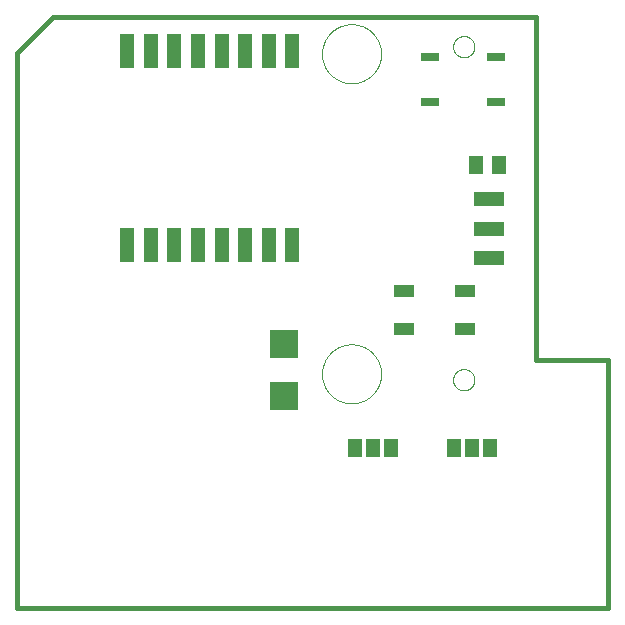
<source format=gtp>
G75*
%MOIN*%
%OFA0B0*%
%FSLAX25Y25*%
%IPPOS*%
%LPD*%
%AMOC8*
5,1,8,0,0,1.08239X$1,22.5*
%
%ADD10C,0.00000*%
%ADD11C,0.01600*%
%ADD12R,0.09449X0.09449*%
%ADD13R,0.05118X0.06299*%
%ADD14R,0.04600X0.06300*%
%ADD15R,0.04724X0.11811*%
%ADD16R,0.10000X0.05000*%
%ADD17R,0.06500X0.03937*%
%ADD18R,0.06000X0.03000*%
D10*
X0103374Y0079753D02*
X0103377Y0079995D01*
X0103386Y0080236D01*
X0103401Y0080477D01*
X0103421Y0080718D01*
X0103448Y0080958D01*
X0103481Y0081197D01*
X0103519Y0081436D01*
X0103563Y0081673D01*
X0103613Y0081910D01*
X0103669Y0082145D01*
X0103731Y0082378D01*
X0103798Y0082610D01*
X0103871Y0082841D01*
X0103949Y0083069D01*
X0104034Y0083295D01*
X0104123Y0083520D01*
X0104218Y0083742D01*
X0104319Y0083961D01*
X0104425Y0084179D01*
X0104536Y0084393D01*
X0104653Y0084605D01*
X0104774Y0084813D01*
X0104901Y0085019D01*
X0105033Y0085221D01*
X0105170Y0085421D01*
X0105311Y0085616D01*
X0105457Y0085809D01*
X0105608Y0085997D01*
X0105764Y0086182D01*
X0105924Y0086363D01*
X0106088Y0086540D01*
X0106257Y0086713D01*
X0106430Y0086882D01*
X0106607Y0087046D01*
X0106788Y0087206D01*
X0106973Y0087362D01*
X0107161Y0087513D01*
X0107354Y0087659D01*
X0107549Y0087800D01*
X0107749Y0087937D01*
X0107951Y0088069D01*
X0108157Y0088196D01*
X0108365Y0088317D01*
X0108577Y0088434D01*
X0108791Y0088545D01*
X0109009Y0088651D01*
X0109228Y0088752D01*
X0109450Y0088847D01*
X0109675Y0088936D01*
X0109901Y0089021D01*
X0110129Y0089099D01*
X0110360Y0089172D01*
X0110592Y0089239D01*
X0110825Y0089301D01*
X0111060Y0089357D01*
X0111297Y0089407D01*
X0111534Y0089451D01*
X0111773Y0089489D01*
X0112012Y0089522D01*
X0112252Y0089549D01*
X0112493Y0089569D01*
X0112734Y0089584D01*
X0112975Y0089593D01*
X0113217Y0089596D01*
X0113459Y0089593D01*
X0113700Y0089584D01*
X0113941Y0089569D01*
X0114182Y0089549D01*
X0114422Y0089522D01*
X0114661Y0089489D01*
X0114900Y0089451D01*
X0115137Y0089407D01*
X0115374Y0089357D01*
X0115609Y0089301D01*
X0115842Y0089239D01*
X0116074Y0089172D01*
X0116305Y0089099D01*
X0116533Y0089021D01*
X0116759Y0088936D01*
X0116984Y0088847D01*
X0117206Y0088752D01*
X0117425Y0088651D01*
X0117643Y0088545D01*
X0117857Y0088434D01*
X0118069Y0088317D01*
X0118277Y0088196D01*
X0118483Y0088069D01*
X0118685Y0087937D01*
X0118885Y0087800D01*
X0119080Y0087659D01*
X0119273Y0087513D01*
X0119461Y0087362D01*
X0119646Y0087206D01*
X0119827Y0087046D01*
X0120004Y0086882D01*
X0120177Y0086713D01*
X0120346Y0086540D01*
X0120510Y0086363D01*
X0120670Y0086182D01*
X0120826Y0085997D01*
X0120977Y0085809D01*
X0121123Y0085616D01*
X0121264Y0085421D01*
X0121401Y0085221D01*
X0121533Y0085019D01*
X0121660Y0084813D01*
X0121781Y0084605D01*
X0121898Y0084393D01*
X0122009Y0084179D01*
X0122115Y0083961D01*
X0122216Y0083742D01*
X0122311Y0083520D01*
X0122400Y0083295D01*
X0122485Y0083069D01*
X0122563Y0082841D01*
X0122636Y0082610D01*
X0122703Y0082378D01*
X0122765Y0082145D01*
X0122821Y0081910D01*
X0122871Y0081673D01*
X0122915Y0081436D01*
X0122953Y0081197D01*
X0122986Y0080958D01*
X0123013Y0080718D01*
X0123033Y0080477D01*
X0123048Y0080236D01*
X0123057Y0079995D01*
X0123060Y0079753D01*
X0123057Y0079511D01*
X0123048Y0079270D01*
X0123033Y0079029D01*
X0123013Y0078788D01*
X0122986Y0078548D01*
X0122953Y0078309D01*
X0122915Y0078070D01*
X0122871Y0077833D01*
X0122821Y0077596D01*
X0122765Y0077361D01*
X0122703Y0077128D01*
X0122636Y0076896D01*
X0122563Y0076665D01*
X0122485Y0076437D01*
X0122400Y0076211D01*
X0122311Y0075986D01*
X0122216Y0075764D01*
X0122115Y0075545D01*
X0122009Y0075327D01*
X0121898Y0075113D01*
X0121781Y0074901D01*
X0121660Y0074693D01*
X0121533Y0074487D01*
X0121401Y0074285D01*
X0121264Y0074085D01*
X0121123Y0073890D01*
X0120977Y0073697D01*
X0120826Y0073509D01*
X0120670Y0073324D01*
X0120510Y0073143D01*
X0120346Y0072966D01*
X0120177Y0072793D01*
X0120004Y0072624D01*
X0119827Y0072460D01*
X0119646Y0072300D01*
X0119461Y0072144D01*
X0119273Y0071993D01*
X0119080Y0071847D01*
X0118885Y0071706D01*
X0118685Y0071569D01*
X0118483Y0071437D01*
X0118277Y0071310D01*
X0118069Y0071189D01*
X0117857Y0071072D01*
X0117643Y0070961D01*
X0117425Y0070855D01*
X0117206Y0070754D01*
X0116984Y0070659D01*
X0116759Y0070570D01*
X0116533Y0070485D01*
X0116305Y0070407D01*
X0116074Y0070334D01*
X0115842Y0070267D01*
X0115609Y0070205D01*
X0115374Y0070149D01*
X0115137Y0070099D01*
X0114900Y0070055D01*
X0114661Y0070017D01*
X0114422Y0069984D01*
X0114182Y0069957D01*
X0113941Y0069937D01*
X0113700Y0069922D01*
X0113459Y0069913D01*
X0113217Y0069910D01*
X0112975Y0069913D01*
X0112734Y0069922D01*
X0112493Y0069937D01*
X0112252Y0069957D01*
X0112012Y0069984D01*
X0111773Y0070017D01*
X0111534Y0070055D01*
X0111297Y0070099D01*
X0111060Y0070149D01*
X0110825Y0070205D01*
X0110592Y0070267D01*
X0110360Y0070334D01*
X0110129Y0070407D01*
X0109901Y0070485D01*
X0109675Y0070570D01*
X0109450Y0070659D01*
X0109228Y0070754D01*
X0109009Y0070855D01*
X0108791Y0070961D01*
X0108577Y0071072D01*
X0108365Y0071189D01*
X0108157Y0071310D01*
X0107951Y0071437D01*
X0107749Y0071569D01*
X0107549Y0071706D01*
X0107354Y0071847D01*
X0107161Y0071993D01*
X0106973Y0072144D01*
X0106788Y0072300D01*
X0106607Y0072460D01*
X0106430Y0072624D01*
X0106257Y0072793D01*
X0106088Y0072966D01*
X0105924Y0073143D01*
X0105764Y0073324D01*
X0105608Y0073509D01*
X0105457Y0073697D01*
X0105311Y0073890D01*
X0105170Y0074085D01*
X0105033Y0074285D01*
X0104901Y0074487D01*
X0104774Y0074693D01*
X0104653Y0074901D01*
X0104536Y0075113D01*
X0104425Y0075327D01*
X0104319Y0075545D01*
X0104218Y0075764D01*
X0104123Y0075986D01*
X0104034Y0076211D01*
X0103949Y0076437D01*
X0103871Y0076665D01*
X0103798Y0076896D01*
X0103731Y0077128D01*
X0103669Y0077361D01*
X0103613Y0077596D01*
X0103563Y0077833D01*
X0103519Y0078070D01*
X0103481Y0078309D01*
X0103448Y0078548D01*
X0103421Y0078788D01*
X0103401Y0079029D01*
X0103386Y0079270D01*
X0103377Y0079511D01*
X0103374Y0079753D01*
X0147076Y0077784D02*
X0147078Y0077902D01*
X0147084Y0078021D01*
X0147094Y0078139D01*
X0147108Y0078256D01*
X0147125Y0078373D01*
X0147147Y0078490D01*
X0147173Y0078605D01*
X0147202Y0078720D01*
X0147235Y0078834D01*
X0147272Y0078946D01*
X0147313Y0079057D01*
X0147357Y0079167D01*
X0147405Y0079275D01*
X0147457Y0079382D01*
X0147512Y0079487D01*
X0147571Y0079590D01*
X0147633Y0079690D01*
X0147698Y0079789D01*
X0147767Y0079886D01*
X0147838Y0079980D01*
X0147913Y0080071D01*
X0147991Y0080161D01*
X0148072Y0080247D01*
X0148156Y0080331D01*
X0148242Y0080412D01*
X0148332Y0080490D01*
X0148423Y0080565D01*
X0148517Y0080636D01*
X0148614Y0080705D01*
X0148713Y0080770D01*
X0148813Y0080832D01*
X0148916Y0080891D01*
X0149021Y0080946D01*
X0149128Y0080998D01*
X0149236Y0081046D01*
X0149346Y0081090D01*
X0149457Y0081131D01*
X0149569Y0081168D01*
X0149683Y0081201D01*
X0149798Y0081230D01*
X0149913Y0081256D01*
X0150030Y0081278D01*
X0150147Y0081295D01*
X0150264Y0081309D01*
X0150382Y0081319D01*
X0150501Y0081325D01*
X0150619Y0081327D01*
X0150737Y0081325D01*
X0150856Y0081319D01*
X0150974Y0081309D01*
X0151091Y0081295D01*
X0151208Y0081278D01*
X0151325Y0081256D01*
X0151440Y0081230D01*
X0151555Y0081201D01*
X0151669Y0081168D01*
X0151781Y0081131D01*
X0151892Y0081090D01*
X0152002Y0081046D01*
X0152110Y0080998D01*
X0152217Y0080946D01*
X0152322Y0080891D01*
X0152425Y0080832D01*
X0152525Y0080770D01*
X0152624Y0080705D01*
X0152721Y0080636D01*
X0152815Y0080565D01*
X0152906Y0080490D01*
X0152996Y0080412D01*
X0153082Y0080331D01*
X0153166Y0080247D01*
X0153247Y0080161D01*
X0153325Y0080071D01*
X0153400Y0079980D01*
X0153471Y0079886D01*
X0153540Y0079789D01*
X0153605Y0079690D01*
X0153667Y0079590D01*
X0153726Y0079487D01*
X0153781Y0079382D01*
X0153833Y0079275D01*
X0153881Y0079167D01*
X0153925Y0079057D01*
X0153966Y0078946D01*
X0154003Y0078834D01*
X0154036Y0078720D01*
X0154065Y0078605D01*
X0154091Y0078490D01*
X0154113Y0078373D01*
X0154130Y0078256D01*
X0154144Y0078139D01*
X0154154Y0078021D01*
X0154160Y0077902D01*
X0154162Y0077784D01*
X0154160Y0077666D01*
X0154154Y0077547D01*
X0154144Y0077429D01*
X0154130Y0077312D01*
X0154113Y0077195D01*
X0154091Y0077078D01*
X0154065Y0076963D01*
X0154036Y0076848D01*
X0154003Y0076734D01*
X0153966Y0076622D01*
X0153925Y0076511D01*
X0153881Y0076401D01*
X0153833Y0076293D01*
X0153781Y0076186D01*
X0153726Y0076081D01*
X0153667Y0075978D01*
X0153605Y0075878D01*
X0153540Y0075779D01*
X0153471Y0075682D01*
X0153400Y0075588D01*
X0153325Y0075497D01*
X0153247Y0075407D01*
X0153166Y0075321D01*
X0153082Y0075237D01*
X0152996Y0075156D01*
X0152906Y0075078D01*
X0152815Y0075003D01*
X0152721Y0074932D01*
X0152624Y0074863D01*
X0152525Y0074798D01*
X0152425Y0074736D01*
X0152322Y0074677D01*
X0152217Y0074622D01*
X0152110Y0074570D01*
X0152002Y0074522D01*
X0151892Y0074478D01*
X0151781Y0074437D01*
X0151669Y0074400D01*
X0151555Y0074367D01*
X0151440Y0074338D01*
X0151325Y0074312D01*
X0151208Y0074290D01*
X0151091Y0074273D01*
X0150974Y0074259D01*
X0150856Y0074249D01*
X0150737Y0074243D01*
X0150619Y0074241D01*
X0150501Y0074243D01*
X0150382Y0074249D01*
X0150264Y0074259D01*
X0150147Y0074273D01*
X0150030Y0074290D01*
X0149913Y0074312D01*
X0149798Y0074338D01*
X0149683Y0074367D01*
X0149569Y0074400D01*
X0149457Y0074437D01*
X0149346Y0074478D01*
X0149236Y0074522D01*
X0149128Y0074570D01*
X0149021Y0074622D01*
X0148916Y0074677D01*
X0148813Y0074736D01*
X0148713Y0074798D01*
X0148614Y0074863D01*
X0148517Y0074932D01*
X0148423Y0075003D01*
X0148332Y0075078D01*
X0148242Y0075156D01*
X0148156Y0075237D01*
X0148072Y0075321D01*
X0147991Y0075407D01*
X0147913Y0075497D01*
X0147838Y0075588D01*
X0147767Y0075682D01*
X0147698Y0075779D01*
X0147633Y0075878D01*
X0147571Y0075978D01*
X0147512Y0076081D01*
X0147457Y0076186D01*
X0147405Y0076293D01*
X0147357Y0076401D01*
X0147313Y0076511D01*
X0147272Y0076622D01*
X0147235Y0076734D01*
X0147202Y0076848D01*
X0147173Y0076963D01*
X0147147Y0077078D01*
X0147125Y0077195D01*
X0147108Y0077312D01*
X0147094Y0077429D01*
X0147084Y0077547D01*
X0147078Y0077666D01*
X0147076Y0077784D01*
X0103374Y0186446D02*
X0103377Y0186688D01*
X0103386Y0186929D01*
X0103401Y0187170D01*
X0103421Y0187411D01*
X0103448Y0187651D01*
X0103481Y0187890D01*
X0103519Y0188129D01*
X0103563Y0188366D01*
X0103613Y0188603D01*
X0103669Y0188838D01*
X0103731Y0189071D01*
X0103798Y0189303D01*
X0103871Y0189534D01*
X0103949Y0189762D01*
X0104034Y0189988D01*
X0104123Y0190213D01*
X0104218Y0190435D01*
X0104319Y0190654D01*
X0104425Y0190872D01*
X0104536Y0191086D01*
X0104653Y0191298D01*
X0104774Y0191506D01*
X0104901Y0191712D01*
X0105033Y0191914D01*
X0105170Y0192114D01*
X0105311Y0192309D01*
X0105457Y0192502D01*
X0105608Y0192690D01*
X0105764Y0192875D01*
X0105924Y0193056D01*
X0106088Y0193233D01*
X0106257Y0193406D01*
X0106430Y0193575D01*
X0106607Y0193739D01*
X0106788Y0193899D01*
X0106973Y0194055D01*
X0107161Y0194206D01*
X0107354Y0194352D01*
X0107549Y0194493D01*
X0107749Y0194630D01*
X0107951Y0194762D01*
X0108157Y0194889D01*
X0108365Y0195010D01*
X0108577Y0195127D01*
X0108791Y0195238D01*
X0109009Y0195344D01*
X0109228Y0195445D01*
X0109450Y0195540D01*
X0109675Y0195629D01*
X0109901Y0195714D01*
X0110129Y0195792D01*
X0110360Y0195865D01*
X0110592Y0195932D01*
X0110825Y0195994D01*
X0111060Y0196050D01*
X0111297Y0196100D01*
X0111534Y0196144D01*
X0111773Y0196182D01*
X0112012Y0196215D01*
X0112252Y0196242D01*
X0112493Y0196262D01*
X0112734Y0196277D01*
X0112975Y0196286D01*
X0113217Y0196289D01*
X0113459Y0196286D01*
X0113700Y0196277D01*
X0113941Y0196262D01*
X0114182Y0196242D01*
X0114422Y0196215D01*
X0114661Y0196182D01*
X0114900Y0196144D01*
X0115137Y0196100D01*
X0115374Y0196050D01*
X0115609Y0195994D01*
X0115842Y0195932D01*
X0116074Y0195865D01*
X0116305Y0195792D01*
X0116533Y0195714D01*
X0116759Y0195629D01*
X0116984Y0195540D01*
X0117206Y0195445D01*
X0117425Y0195344D01*
X0117643Y0195238D01*
X0117857Y0195127D01*
X0118069Y0195010D01*
X0118277Y0194889D01*
X0118483Y0194762D01*
X0118685Y0194630D01*
X0118885Y0194493D01*
X0119080Y0194352D01*
X0119273Y0194206D01*
X0119461Y0194055D01*
X0119646Y0193899D01*
X0119827Y0193739D01*
X0120004Y0193575D01*
X0120177Y0193406D01*
X0120346Y0193233D01*
X0120510Y0193056D01*
X0120670Y0192875D01*
X0120826Y0192690D01*
X0120977Y0192502D01*
X0121123Y0192309D01*
X0121264Y0192114D01*
X0121401Y0191914D01*
X0121533Y0191712D01*
X0121660Y0191506D01*
X0121781Y0191298D01*
X0121898Y0191086D01*
X0122009Y0190872D01*
X0122115Y0190654D01*
X0122216Y0190435D01*
X0122311Y0190213D01*
X0122400Y0189988D01*
X0122485Y0189762D01*
X0122563Y0189534D01*
X0122636Y0189303D01*
X0122703Y0189071D01*
X0122765Y0188838D01*
X0122821Y0188603D01*
X0122871Y0188366D01*
X0122915Y0188129D01*
X0122953Y0187890D01*
X0122986Y0187651D01*
X0123013Y0187411D01*
X0123033Y0187170D01*
X0123048Y0186929D01*
X0123057Y0186688D01*
X0123060Y0186446D01*
X0123057Y0186204D01*
X0123048Y0185963D01*
X0123033Y0185722D01*
X0123013Y0185481D01*
X0122986Y0185241D01*
X0122953Y0185002D01*
X0122915Y0184763D01*
X0122871Y0184526D01*
X0122821Y0184289D01*
X0122765Y0184054D01*
X0122703Y0183821D01*
X0122636Y0183589D01*
X0122563Y0183358D01*
X0122485Y0183130D01*
X0122400Y0182904D01*
X0122311Y0182679D01*
X0122216Y0182457D01*
X0122115Y0182238D01*
X0122009Y0182020D01*
X0121898Y0181806D01*
X0121781Y0181594D01*
X0121660Y0181386D01*
X0121533Y0181180D01*
X0121401Y0180978D01*
X0121264Y0180778D01*
X0121123Y0180583D01*
X0120977Y0180390D01*
X0120826Y0180202D01*
X0120670Y0180017D01*
X0120510Y0179836D01*
X0120346Y0179659D01*
X0120177Y0179486D01*
X0120004Y0179317D01*
X0119827Y0179153D01*
X0119646Y0178993D01*
X0119461Y0178837D01*
X0119273Y0178686D01*
X0119080Y0178540D01*
X0118885Y0178399D01*
X0118685Y0178262D01*
X0118483Y0178130D01*
X0118277Y0178003D01*
X0118069Y0177882D01*
X0117857Y0177765D01*
X0117643Y0177654D01*
X0117425Y0177548D01*
X0117206Y0177447D01*
X0116984Y0177352D01*
X0116759Y0177263D01*
X0116533Y0177178D01*
X0116305Y0177100D01*
X0116074Y0177027D01*
X0115842Y0176960D01*
X0115609Y0176898D01*
X0115374Y0176842D01*
X0115137Y0176792D01*
X0114900Y0176748D01*
X0114661Y0176710D01*
X0114422Y0176677D01*
X0114182Y0176650D01*
X0113941Y0176630D01*
X0113700Y0176615D01*
X0113459Y0176606D01*
X0113217Y0176603D01*
X0112975Y0176606D01*
X0112734Y0176615D01*
X0112493Y0176630D01*
X0112252Y0176650D01*
X0112012Y0176677D01*
X0111773Y0176710D01*
X0111534Y0176748D01*
X0111297Y0176792D01*
X0111060Y0176842D01*
X0110825Y0176898D01*
X0110592Y0176960D01*
X0110360Y0177027D01*
X0110129Y0177100D01*
X0109901Y0177178D01*
X0109675Y0177263D01*
X0109450Y0177352D01*
X0109228Y0177447D01*
X0109009Y0177548D01*
X0108791Y0177654D01*
X0108577Y0177765D01*
X0108365Y0177882D01*
X0108157Y0178003D01*
X0107951Y0178130D01*
X0107749Y0178262D01*
X0107549Y0178399D01*
X0107354Y0178540D01*
X0107161Y0178686D01*
X0106973Y0178837D01*
X0106788Y0178993D01*
X0106607Y0179153D01*
X0106430Y0179317D01*
X0106257Y0179486D01*
X0106088Y0179659D01*
X0105924Y0179836D01*
X0105764Y0180017D01*
X0105608Y0180202D01*
X0105457Y0180390D01*
X0105311Y0180583D01*
X0105170Y0180778D01*
X0105033Y0180978D01*
X0104901Y0181180D01*
X0104774Y0181386D01*
X0104653Y0181594D01*
X0104536Y0181806D01*
X0104425Y0182020D01*
X0104319Y0182238D01*
X0104218Y0182457D01*
X0104123Y0182679D01*
X0104034Y0182904D01*
X0103949Y0183130D01*
X0103871Y0183358D01*
X0103798Y0183589D01*
X0103731Y0183821D01*
X0103669Y0184054D01*
X0103613Y0184289D01*
X0103563Y0184526D01*
X0103519Y0184763D01*
X0103481Y0185002D01*
X0103448Y0185241D01*
X0103421Y0185481D01*
X0103401Y0185722D01*
X0103386Y0185963D01*
X0103377Y0186204D01*
X0103374Y0186446D01*
X0147076Y0188808D02*
X0147078Y0188926D01*
X0147084Y0189045D01*
X0147094Y0189163D01*
X0147108Y0189280D01*
X0147125Y0189397D01*
X0147147Y0189514D01*
X0147173Y0189629D01*
X0147202Y0189744D01*
X0147235Y0189858D01*
X0147272Y0189970D01*
X0147313Y0190081D01*
X0147357Y0190191D01*
X0147405Y0190299D01*
X0147457Y0190406D01*
X0147512Y0190511D01*
X0147571Y0190614D01*
X0147633Y0190714D01*
X0147698Y0190813D01*
X0147767Y0190910D01*
X0147838Y0191004D01*
X0147913Y0191095D01*
X0147991Y0191185D01*
X0148072Y0191271D01*
X0148156Y0191355D01*
X0148242Y0191436D01*
X0148332Y0191514D01*
X0148423Y0191589D01*
X0148517Y0191660D01*
X0148614Y0191729D01*
X0148713Y0191794D01*
X0148813Y0191856D01*
X0148916Y0191915D01*
X0149021Y0191970D01*
X0149128Y0192022D01*
X0149236Y0192070D01*
X0149346Y0192114D01*
X0149457Y0192155D01*
X0149569Y0192192D01*
X0149683Y0192225D01*
X0149798Y0192254D01*
X0149913Y0192280D01*
X0150030Y0192302D01*
X0150147Y0192319D01*
X0150264Y0192333D01*
X0150382Y0192343D01*
X0150501Y0192349D01*
X0150619Y0192351D01*
X0150737Y0192349D01*
X0150856Y0192343D01*
X0150974Y0192333D01*
X0151091Y0192319D01*
X0151208Y0192302D01*
X0151325Y0192280D01*
X0151440Y0192254D01*
X0151555Y0192225D01*
X0151669Y0192192D01*
X0151781Y0192155D01*
X0151892Y0192114D01*
X0152002Y0192070D01*
X0152110Y0192022D01*
X0152217Y0191970D01*
X0152322Y0191915D01*
X0152425Y0191856D01*
X0152525Y0191794D01*
X0152624Y0191729D01*
X0152721Y0191660D01*
X0152815Y0191589D01*
X0152906Y0191514D01*
X0152996Y0191436D01*
X0153082Y0191355D01*
X0153166Y0191271D01*
X0153247Y0191185D01*
X0153325Y0191095D01*
X0153400Y0191004D01*
X0153471Y0190910D01*
X0153540Y0190813D01*
X0153605Y0190714D01*
X0153667Y0190614D01*
X0153726Y0190511D01*
X0153781Y0190406D01*
X0153833Y0190299D01*
X0153881Y0190191D01*
X0153925Y0190081D01*
X0153966Y0189970D01*
X0154003Y0189858D01*
X0154036Y0189744D01*
X0154065Y0189629D01*
X0154091Y0189514D01*
X0154113Y0189397D01*
X0154130Y0189280D01*
X0154144Y0189163D01*
X0154154Y0189045D01*
X0154160Y0188926D01*
X0154162Y0188808D01*
X0154160Y0188690D01*
X0154154Y0188571D01*
X0154144Y0188453D01*
X0154130Y0188336D01*
X0154113Y0188219D01*
X0154091Y0188102D01*
X0154065Y0187987D01*
X0154036Y0187872D01*
X0154003Y0187758D01*
X0153966Y0187646D01*
X0153925Y0187535D01*
X0153881Y0187425D01*
X0153833Y0187317D01*
X0153781Y0187210D01*
X0153726Y0187105D01*
X0153667Y0187002D01*
X0153605Y0186902D01*
X0153540Y0186803D01*
X0153471Y0186706D01*
X0153400Y0186612D01*
X0153325Y0186521D01*
X0153247Y0186431D01*
X0153166Y0186345D01*
X0153082Y0186261D01*
X0152996Y0186180D01*
X0152906Y0186102D01*
X0152815Y0186027D01*
X0152721Y0185956D01*
X0152624Y0185887D01*
X0152525Y0185822D01*
X0152425Y0185760D01*
X0152322Y0185701D01*
X0152217Y0185646D01*
X0152110Y0185594D01*
X0152002Y0185546D01*
X0151892Y0185502D01*
X0151781Y0185461D01*
X0151669Y0185424D01*
X0151555Y0185391D01*
X0151440Y0185362D01*
X0151325Y0185336D01*
X0151208Y0185314D01*
X0151091Y0185297D01*
X0150974Y0185283D01*
X0150856Y0185273D01*
X0150737Y0185267D01*
X0150619Y0185265D01*
X0150501Y0185267D01*
X0150382Y0185273D01*
X0150264Y0185283D01*
X0150147Y0185297D01*
X0150030Y0185314D01*
X0149913Y0185336D01*
X0149798Y0185362D01*
X0149683Y0185391D01*
X0149569Y0185424D01*
X0149457Y0185461D01*
X0149346Y0185502D01*
X0149236Y0185546D01*
X0149128Y0185594D01*
X0149021Y0185646D01*
X0148916Y0185701D01*
X0148813Y0185760D01*
X0148713Y0185822D01*
X0148614Y0185887D01*
X0148517Y0185956D01*
X0148423Y0186027D01*
X0148332Y0186102D01*
X0148242Y0186180D01*
X0148156Y0186261D01*
X0148072Y0186345D01*
X0147991Y0186431D01*
X0147913Y0186521D01*
X0147838Y0186612D01*
X0147767Y0186706D01*
X0147698Y0186803D01*
X0147633Y0186902D01*
X0147571Y0187002D01*
X0147512Y0187105D01*
X0147457Y0187210D01*
X0147405Y0187317D01*
X0147357Y0187425D01*
X0147313Y0187535D01*
X0147272Y0187646D01*
X0147235Y0187758D01*
X0147202Y0187872D01*
X0147173Y0187987D01*
X0147147Y0188102D01*
X0147125Y0188219D01*
X0147108Y0188336D01*
X0147094Y0188453D01*
X0147084Y0188571D01*
X0147078Y0188690D01*
X0147076Y0188808D01*
D11*
X0198650Y0001800D02*
X0001800Y0001800D01*
X0001800Y0186839D01*
X0013611Y0198650D01*
X0174635Y0198650D01*
X0174635Y0084477D01*
X0198650Y0084477D01*
X0198650Y0001800D01*
D12*
X0090776Y0072272D03*
X0090776Y0089595D03*
D13*
X0154753Y0149438D03*
X0162233Y0149438D03*
D14*
X0159375Y0054950D03*
X0153375Y0054950D03*
X0147375Y0054950D03*
X0126304Y0054950D03*
X0120304Y0054950D03*
X0114304Y0054950D03*
D15*
X0093532Y0122666D03*
X0085658Y0122666D03*
X0077784Y0122666D03*
X0069910Y0122666D03*
X0062036Y0122666D03*
X0054162Y0122666D03*
X0046288Y0122666D03*
X0038414Y0122666D03*
X0038414Y0187233D03*
X0046288Y0187233D03*
X0054162Y0187233D03*
X0062036Y0187233D03*
X0069910Y0187233D03*
X0077784Y0187233D03*
X0085658Y0187233D03*
X0093532Y0187233D03*
D16*
X0158887Y0138020D03*
X0158887Y0128178D03*
X0158887Y0118335D03*
D17*
X0150922Y0107312D03*
X0150922Y0094713D03*
X0130631Y0094713D03*
X0130631Y0107312D03*
D18*
X0139225Y0170284D03*
X0139225Y0185284D03*
X0161225Y0185284D03*
X0161225Y0170284D03*
M02*

</source>
